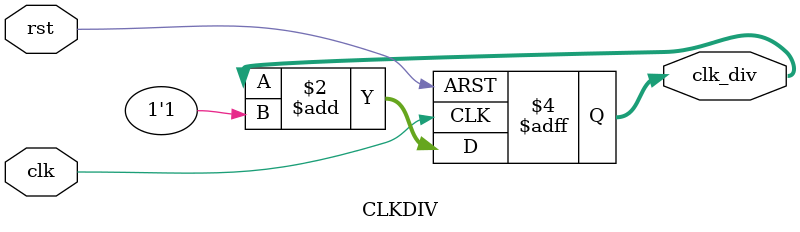
<source format=v>
module CLKDIV (
    input wire clk,
    input wire rst,
    output reg [31:0] clk_div
);
    initial begin
        clk_div = 0;
    end

    always @ (posedge clk or posedge rst) begin
        if (rst) clk_div <= 0;
        else clk_div <= clk_div + 1'b1;
    end
endmodule

</source>
